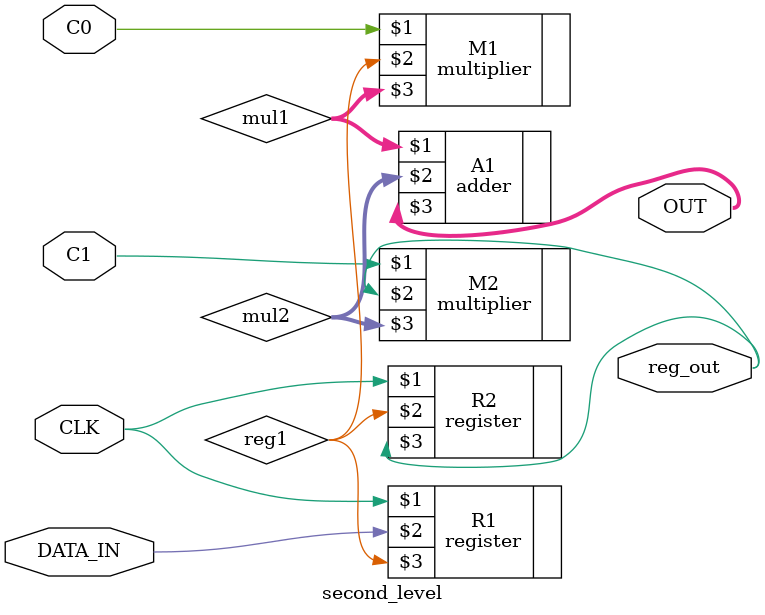
<source format=v>
/**************************************************************************************************
***												***
*** EE 526 L Experiment #6B					Jaymish patel, Spring, 2021	***
***												***
*** Experiment #6B  model an scalable register  							***
***												***
***************************************************************************************************
***  Filename: register.v			     	      Created by Jaymish patel, 3/29/21 ***
***    --- revision history, if any, goes here ---						***
***************************************************************************************************
*** This module models the scalable register        						***
***												***
**************************************************************************************************/
`timescale 1ns/1ns 

`include "register.v"
`include "adder.v"
`include "multiplier.v"

module second_level(DATA_IN, CLK, C0, C1, OUT, reg_out);
//DATA_IN - data input
//CLK - input signals
//R - data output 

//declaring the inputs output and parameters used
parameter width=1;
input CLK;
input [width-1:0] DATA_IN,C0,C1; 
wire [width-1:0] reg1;
output [width-1:0] reg_out;
wire [2*width-1:0] mul1,mul2;
output [2*width:0] OUT; 

	//always @(posedge CLK)//always block runs at posedge of CLK	
	//begin
		register #(width) R1(CLK, DATA_IN, reg1);
		multiplier #(width) M1(C0,reg1,mul1);
		
		register #(width) R2(CLK, reg1, reg_out);
		multiplier #(width) M2(C1,reg_out,mul2);
		
		adder #(2*width) A1(mul1, mul2, OUT);
	//end
endmodule
</source>
